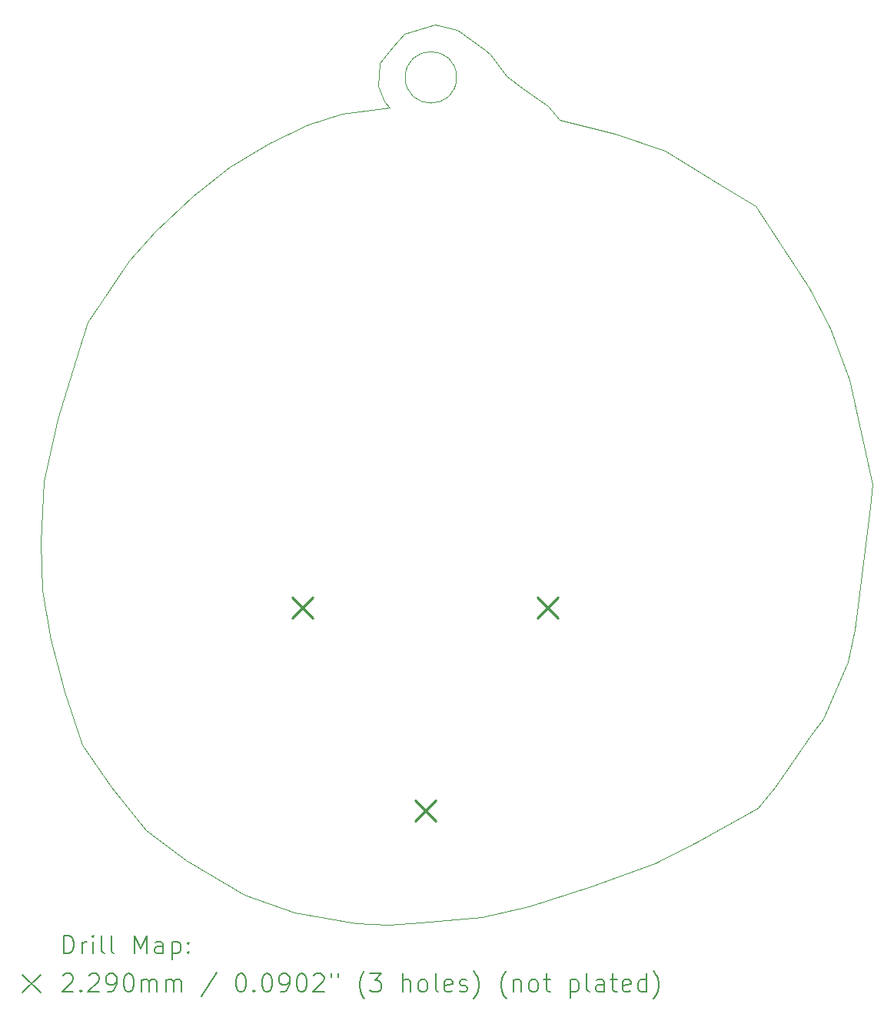
<source format=gbr>
%TF.GenerationSoftware,KiCad,Pcbnew,6.0.8*%
%TF.CreationDate,2022-10-09T16:34:12-07:00*%
%TF.ProjectId,dcpunks31,64637075-6e6b-4733-9331-2e6b69636164,rev?*%
%TF.SameCoordinates,Original*%
%TF.FileFunction,Drillmap*%
%TF.FilePolarity,Positive*%
%FSLAX45Y45*%
G04 Gerber Fmt 4.5, Leading zero omitted, Abs format (unit mm)*
G04 Created by KiCad (PCBNEW 6.0.8) date 2022-10-09 16:34:12*
%MOMM*%
%LPD*%
G01*
G04 APERTURE LIST*
%ADD10C,0.100000*%
%ADD11C,0.200000*%
%ADD12C,0.229000*%
G04 APERTURE END LIST*
D10*
X14655000Y-4846000D02*
X14592000Y-4798000D01*
X10963000Y-6800000D02*
X10673000Y-7119000D01*
X13885000Y-14411000D02*
X14562000Y-14351000D01*
X14592000Y-4798000D02*
X14295000Y-4575000D01*
X9812000Y-11296000D02*
X9965000Y-11869000D01*
X15287000Y-5419000D02*
X15012000Y-5221000D01*
X15762000Y-14012000D02*
X16470000Y-13752000D01*
X16028000Y-5724000D02*
X15420000Y-5569000D01*
X12651000Y-5621000D02*
X12223000Y-5821000D01*
X9965000Y-11869000D02*
X10162000Y-12451000D01*
X11375000Y-6407000D02*
X10963000Y-6800000D01*
X13018000Y-5501000D02*
X12651000Y-5621000D01*
X14562000Y-14351000D02*
X15075000Y-14228000D01*
X18836000Y-9836000D02*
X18862000Y-9584000D01*
X14042000Y-4519000D02*
X13707000Y-4616000D01*
X17600000Y-13142000D02*
X17784000Y-12917000D01*
X10218000Y-7792000D02*
X10126000Y-8092000D01*
X14834000Y-5085000D02*
X14655000Y-4846000D01*
X10343000Y-7609000D02*
X10218000Y-7792000D01*
X13415000Y-5196000D02*
X13484000Y-5365000D01*
X18605000Y-8427000D02*
X18401000Y-7860000D01*
X10162000Y-12451000D02*
X10480000Y-12919000D01*
X15012000Y-5221000D02*
X14834000Y-5085000D01*
X9703000Y-10216000D02*
X9718000Y-10752000D01*
X10126000Y-8092000D02*
X9892000Y-8859000D01*
X12498000Y-14299000D02*
X13170000Y-14413000D01*
X9733000Y-9546000D02*
X9703000Y-10216000D01*
X14295000Y-4575000D02*
X14042000Y-4519000D01*
X18401000Y-7860000D02*
X18173000Y-7420000D01*
X16576000Y-5906000D02*
X16028000Y-5724000D01*
X15075000Y-14228000D02*
X15762000Y-14012000D01*
X17890000Y-12775000D02*
X18184000Y-12345000D01*
X13432000Y-4938000D02*
X13415000Y-5196000D01*
X18665000Y-11184000D02*
X18836000Y-9836000D01*
X13576000Y-4762000D02*
X13432000Y-4938000D01*
X9892000Y-8859000D02*
X9733000Y-9546000D01*
X17578000Y-6518000D02*
X17196000Y-6291000D01*
X18596000Y-11540000D02*
X18665000Y-11184000D01*
X11785000Y-6082000D02*
X11375000Y-6407000D01*
X13707000Y-4616000D02*
X13576000Y-4762000D01*
X18862000Y-9584000D02*
X18766000Y-9157000D01*
X18184000Y-12345000D02*
X18319000Y-12165000D01*
X9718000Y-10752000D02*
X9812000Y-11296000D01*
X13544000Y-5432000D02*
X13479000Y-5443000D01*
X11304000Y-13726000D02*
X11944000Y-14104000D01*
X16932000Y-13518000D02*
X17600000Y-13142000D01*
X15420000Y-5569000D02*
X15287000Y-5419000D01*
X13170000Y-14413000D02*
X13529000Y-14435000D01*
X17784000Y-12917000D02*
X17890000Y-12775000D01*
X11944000Y-14104000D02*
X12498000Y-14299000D01*
X18173000Y-7420000D02*
X17578000Y-6518000D01*
X18319000Y-12165000D02*
X18596000Y-11540000D01*
X10480000Y-12919000D02*
X10864000Y-13395000D01*
X17196000Y-6291000D02*
X16576000Y-5906000D01*
X10673000Y-7119000D02*
X10343000Y-7609000D01*
X18766000Y-9157000D02*
X18605000Y-8427000D01*
X10864000Y-13395000D02*
X11304000Y-13726000D01*
X13479000Y-5443000D02*
X13018000Y-5501000D01*
X14282843Y-5100000D02*
G75*
G03*
X14282843Y-5100000I-282843J0D01*
G01*
X16470000Y-13752000D02*
X16932000Y-13518000D01*
X13529000Y-14435000D02*
X13885000Y-14411000D01*
X13484000Y-5365000D02*
X13544000Y-5432000D01*
X12223000Y-5821000D02*
X11785000Y-6082000D01*
D11*
D12*
X12473000Y-10826500D02*
X12702000Y-11055500D01*
X12702000Y-10826500D02*
X12473000Y-11055500D01*
X13822000Y-13061500D02*
X14051000Y-13290500D01*
X14051000Y-13061500D02*
X13822000Y-13290500D01*
X15170000Y-10826500D02*
X15399000Y-11055500D01*
X15399000Y-10826500D02*
X15170000Y-11055500D01*
D11*
X9955619Y-14750476D02*
X9955619Y-14550476D01*
X10003238Y-14550476D01*
X10031810Y-14560000D01*
X10050857Y-14579048D01*
X10060381Y-14598095D01*
X10069905Y-14636190D01*
X10069905Y-14664762D01*
X10060381Y-14702857D01*
X10050857Y-14721905D01*
X10031810Y-14740952D01*
X10003238Y-14750476D01*
X9955619Y-14750476D01*
X10155619Y-14750476D02*
X10155619Y-14617143D01*
X10155619Y-14655238D02*
X10165143Y-14636190D01*
X10174667Y-14626667D01*
X10193714Y-14617143D01*
X10212762Y-14617143D01*
X10279429Y-14750476D02*
X10279429Y-14617143D01*
X10279429Y-14550476D02*
X10269905Y-14560000D01*
X10279429Y-14569524D01*
X10288952Y-14560000D01*
X10279429Y-14550476D01*
X10279429Y-14569524D01*
X10403238Y-14750476D02*
X10384190Y-14740952D01*
X10374667Y-14721905D01*
X10374667Y-14550476D01*
X10508000Y-14750476D02*
X10488952Y-14740952D01*
X10479429Y-14721905D01*
X10479429Y-14550476D01*
X10736571Y-14750476D02*
X10736571Y-14550476D01*
X10803238Y-14693333D01*
X10869905Y-14550476D01*
X10869905Y-14750476D01*
X11050857Y-14750476D02*
X11050857Y-14645714D01*
X11041333Y-14626667D01*
X11022286Y-14617143D01*
X10984190Y-14617143D01*
X10965143Y-14626667D01*
X11050857Y-14740952D02*
X11031810Y-14750476D01*
X10984190Y-14750476D01*
X10965143Y-14740952D01*
X10955619Y-14721905D01*
X10955619Y-14702857D01*
X10965143Y-14683809D01*
X10984190Y-14674286D01*
X11031810Y-14674286D01*
X11050857Y-14664762D01*
X11146095Y-14617143D02*
X11146095Y-14817143D01*
X11146095Y-14626667D02*
X11165143Y-14617143D01*
X11203238Y-14617143D01*
X11222286Y-14626667D01*
X11231809Y-14636190D01*
X11241333Y-14655238D01*
X11241333Y-14712381D01*
X11231809Y-14731428D01*
X11222286Y-14740952D01*
X11203238Y-14750476D01*
X11165143Y-14750476D01*
X11146095Y-14740952D01*
X11327048Y-14731428D02*
X11336571Y-14740952D01*
X11327048Y-14750476D01*
X11317524Y-14740952D01*
X11327048Y-14731428D01*
X11327048Y-14750476D01*
X11327048Y-14626667D02*
X11336571Y-14636190D01*
X11327048Y-14645714D01*
X11317524Y-14636190D01*
X11327048Y-14626667D01*
X11327048Y-14645714D01*
X9498000Y-14980000D02*
X9698000Y-15180000D01*
X9698000Y-14980000D02*
X9498000Y-15180000D01*
X9946095Y-14989524D02*
X9955619Y-14980000D01*
X9974667Y-14970476D01*
X10022286Y-14970476D01*
X10041333Y-14980000D01*
X10050857Y-14989524D01*
X10060381Y-15008571D01*
X10060381Y-15027619D01*
X10050857Y-15056190D01*
X9936571Y-15170476D01*
X10060381Y-15170476D01*
X10146095Y-15151428D02*
X10155619Y-15160952D01*
X10146095Y-15170476D01*
X10136571Y-15160952D01*
X10146095Y-15151428D01*
X10146095Y-15170476D01*
X10231810Y-14989524D02*
X10241333Y-14980000D01*
X10260381Y-14970476D01*
X10308000Y-14970476D01*
X10327048Y-14980000D01*
X10336571Y-14989524D01*
X10346095Y-15008571D01*
X10346095Y-15027619D01*
X10336571Y-15056190D01*
X10222286Y-15170476D01*
X10346095Y-15170476D01*
X10441333Y-15170476D02*
X10479429Y-15170476D01*
X10498476Y-15160952D01*
X10508000Y-15151428D01*
X10527048Y-15122857D01*
X10536571Y-15084762D01*
X10536571Y-15008571D01*
X10527048Y-14989524D01*
X10517524Y-14980000D01*
X10498476Y-14970476D01*
X10460381Y-14970476D01*
X10441333Y-14980000D01*
X10431810Y-14989524D01*
X10422286Y-15008571D01*
X10422286Y-15056190D01*
X10431810Y-15075238D01*
X10441333Y-15084762D01*
X10460381Y-15094286D01*
X10498476Y-15094286D01*
X10517524Y-15084762D01*
X10527048Y-15075238D01*
X10536571Y-15056190D01*
X10660381Y-14970476D02*
X10679429Y-14970476D01*
X10698476Y-14980000D01*
X10708000Y-14989524D01*
X10717524Y-15008571D01*
X10727048Y-15046667D01*
X10727048Y-15094286D01*
X10717524Y-15132381D01*
X10708000Y-15151428D01*
X10698476Y-15160952D01*
X10679429Y-15170476D01*
X10660381Y-15170476D01*
X10641333Y-15160952D01*
X10631810Y-15151428D01*
X10622286Y-15132381D01*
X10612762Y-15094286D01*
X10612762Y-15046667D01*
X10622286Y-15008571D01*
X10631810Y-14989524D01*
X10641333Y-14980000D01*
X10660381Y-14970476D01*
X10812762Y-15170476D02*
X10812762Y-15037143D01*
X10812762Y-15056190D02*
X10822286Y-15046667D01*
X10841333Y-15037143D01*
X10869905Y-15037143D01*
X10888952Y-15046667D01*
X10898476Y-15065714D01*
X10898476Y-15170476D01*
X10898476Y-15065714D02*
X10908000Y-15046667D01*
X10927048Y-15037143D01*
X10955619Y-15037143D01*
X10974667Y-15046667D01*
X10984190Y-15065714D01*
X10984190Y-15170476D01*
X11079429Y-15170476D02*
X11079429Y-15037143D01*
X11079429Y-15056190D02*
X11088952Y-15046667D01*
X11108000Y-15037143D01*
X11136571Y-15037143D01*
X11155619Y-15046667D01*
X11165143Y-15065714D01*
X11165143Y-15170476D01*
X11165143Y-15065714D02*
X11174667Y-15046667D01*
X11193714Y-15037143D01*
X11222286Y-15037143D01*
X11241333Y-15046667D01*
X11250857Y-15065714D01*
X11250857Y-15170476D01*
X11641333Y-14960952D02*
X11469905Y-15218095D01*
X11898476Y-14970476D02*
X11917524Y-14970476D01*
X11936571Y-14980000D01*
X11946095Y-14989524D01*
X11955619Y-15008571D01*
X11965143Y-15046667D01*
X11965143Y-15094286D01*
X11955619Y-15132381D01*
X11946095Y-15151428D01*
X11936571Y-15160952D01*
X11917524Y-15170476D01*
X11898476Y-15170476D01*
X11879428Y-15160952D01*
X11869905Y-15151428D01*
X11860381Y-15132381D01*
X11850857Y-15094286D01*
X11850857Y-15046667D01*
X11860381Y-15008571D01*
X11869905Y-14989524D01*
X11879428Y-14980000D01*
X11898476Y-14970476D01*
X12050857Y-15151428D02*
X12060381Y-15160952D01*
X12050857Y-15170476D01*
X12041333Y-15160952D01*
X12050857Y-15151428D01*
X12050857Y-15170476D01*
X12184190Y-14970476D02*
X12203238Y-14970476D01*
X12222286Y-14980000D01*
X12231809Y-14989524D01*
X12241333Y-15008571D01*
X12250857Y-15046667D01*
X12250857Y-15094286D01*
X12241333Y-15132381D01*
X12231809Y-15151428D01*
X12222286Y-15160952D01*
X12203238Y-15170476D01*
X12184190Y-15170476D01*
X12165143Y-15160952D01*
X12155619Y-15151428D01*
X12146095Y-15132381D01*
X12136571Y-15094286D01*
X12136571Y-15046667D01*
X12146095Y-15008571D01*
X12155619Y-14989524D01*
X12165143Y-14980000D01*
X12184190Y-14970476D01*
X12346095Y-15170476D02*
X12384190Y-15170476D01*
X12403238Y-15160952D01*
X12412762Y-15151428D01*
X12431809Y-15122857D01*
X12441333Y-15084762D01*
X12441333Y-15008571D01*
X12431809Y-14989524D01*
X12422286Y-14980000D01*
X12403238Y-14970476D01*
X12365143Y-14970476D01*
X12346095Y-14980000D01*
X12336571Y-14989524D01*
X12327048Y-15008571D01*
X12327048Y-15056190D01*
X12336571Y-15075238D01*
X12346095Y-15084762D01*
X12365143Y-15094286D01*
X12403238Y-15094286D01*
X12422286Y-15084762D01*
X12431809Y-15075238D01*
X12441333Y-15056190D01*
X12565143Y-14970476D02*
X12584190Y-14970476D01*
X12603238Y-14980000D01*
X12612762Y-14989524D01*
X12622286Y-15008571D01*
X12631809Y-15046667D01*
X12631809Y-15094286D01*
X12622286Y-15132381D01*
X12612762Y-15151428D01*
X12603238Y-15160952D01*
X12584190Y-15170476D01*
X12565143Y-15170476D01*
X12546095Y-15160952D01*
X12536571Y-15151428D01*
X12527048Y-15132381D01*
X12517524Y-15094286D01*
X12517524Y-15046667D01*
X12527048Y-15008571D01*
X12536571Y-14989524D01*
X12546095Y-14980000D01*
X12565143Y-14970476D01*
X12708000Y-14989524D02*
X12717524Y-14980000D01*
X12736571Y-14970476D01*
X12784190Y-14970476D01*
X12803238Y-14980000D01*
X12812762Y-14989524D01*
X12822286Y-15008571D01*
X12822286Y-15027619D01*
X12812762Y-15056190D01*
X12698476Y-15170476D01*
X12822286Y-15170476D01*
X12898476Y-14970476D02*
X12898476Y-15008571D01*
X12974667Y-14970476D02*
X12974667Y-15008571D01*
X13269905Y-15246667D02*
X13260381Y-15237143D01*
X13241333Y-15208571D01*
X13231809Y-15189524D01*
X13222286Y-15160952D01*
X13212762Y-15113333D01*
X13212762Y-15075238D01*
X13222286Y-15027619D01*
X13231809Y-14999048D01*
X13241333Y-14980000D01*
X13260381Y-14951428D01*
X13269905Y-14941905D01*
X13327048Y-14970476D02*
X13450857Y-14970476D01*
X13384190Y-15046667D01*
X13412762Y-15046667D01*
X13431809Y-15056190D01*
X13441333Y-15065714D01*
X13450857Y-15084762D01*
X13450857Y-15132381D01*
X13441333Y-15151428D01*
X13431809Y-15160952D01*
X13412762Y-15170476D01*
X13355619Y-15170476D01*
X13336571Y-15160952D01*
X13327048Y-15151428D01*
X13688952Y-15170476D02*
X13688952Y-14970476D01*
X13774667Y-15170476D02*
X13774667Y-15065714D01*
X13765143Y-15046667D01*
X13746095Y-15037143D01*
X13717524Y-15037143D01*
X13698476Y-15046667D01*
X13688952Y-15056190D01*
X13898476Y-15170476D02*
X13879428Y-15160952D01*
X13869905Y-15151428D01*
X13860381Y-15132381D01*
X13860381Y-15075238D01*
X13869905Y-15056190D01*
X13879428Y-15046667D01*
X13898476Y-15037143D01*
X13927048Y-15037143D01*
X13946095Y-15046667D01*
X13955619Y-15056190D01*
X13965143Y-15075238D01*
X13965143Y-15132381D01*
X13955619Y-15151428D01*
X13946095Y-15160952D01*
X13927048Y-15170476D01*
X13898476Y-15170476D01*
X14079428Y-15170476D02*
X14060381Y-15160952D01*
X14050857Y-15141905D01*
X14050857Y-14970476D01*
X14231809Y-15160952D02*
X14212762Y-15170476D01*
X14174667Y-15170476D01*
X14155619Y-15160952D01*
X14146095Y-15141905D01*
X14146095Y-15065714D01*
X14155619Y-15046667D01*
X14174667Y-15037143D01*
X14212762Y-15037143D01*
X14231809Y-15046667D01*
X14241333Y-15065714D01*
X14241333Y-15084762D01*
X14146095Y-15103809D01*
X14317524Y-15160952D02*
X14336571Y-15170476D01*
X14374667Y-15170476D01*
X14393714Y-15160952D01*
X14403238Y-15141905D01*
X14403238Y-15132381D01*
X14393714Y-15113333D01*
X14374667Y-15103809D01*
X14346095Y-15103809D01*
X14327048Y-15094286D01*
X14317524Y-15075238D01*
X14317524Y-15065714D01*
X14327048Y-15046667D01*
X14346095Y-15037143D01*
X14374667Y-15037143D01*
X14393714Y-15046667D01*
X14469905Y-15246667D02*
X14479428Y-15237143D01*
X14498476Y-15208571D01*
X14508000Y-15189524D01*
X14517524Y-15160952D01*
X14527048Y-15113333D01*
X14527048Y-15075238D01*
X14517524Y-15027619D01*
X14508000Y-14999048D01*
X14498476Y-14980000D01*
X14479428Y-14951428D01*
X14469905Y-14941905D01*
X14831809Y-15246667D02*
X14822286Y-15237143D01*
X14803238Y-15208571D01*
X14793714Y-15189524D01*
X14784190Y-15160952D01*
X14774667Y-15113333D01*
X14774667Y-15075238D01*
X14784190Y-15027619D01*
X14793714Y-14999048D01*
X14803238Y-14980000D01*
X14822286Y-14951428D01*
X14831809Y-14941905D01*
X14908000Y-15037143D02*
X14908000Y-15170476D01*
X14908000Y-15056190D02*
X14917524Y-15046667D01*
X14936571Y-15037143D01*
X14965143Y-15037143D01*
X14984190Y-15046667D01*
X14993714Y-15065714D01*
X14993714Y-15170476D01*
X15117524Y-15170476D02*
X15098476Y-15160952D01*
X15088952Y-15151428D01*
X15079428Y-15132381D01*
X15079428Y-15075238D01*
X15088952Y-15056190D01*
X15098476Y-15046667D01*
X15117524Y-15037143D01*
X15146095Y-15037143D01*
X15165143Y-15046667D01*
X15174667Y-15056190D01*
X15184190Y-15075238D01*
X15184190Y-15132381D01*
X15174667Y-15151428D01*
X15165143Y-15160952D01*
X15146095Y-15170476D01*
X15117524Y-15170476D01*
X15241333Y-15037143D02*
X15317524Y-15037143D01*
X15269905Y-14970476D02*
X15269905Y-15141905D01*
X15279428Y-15160952D01*
X15298476Y-15170476D01*
X15317524Y-15170476D01*
X15536571Y-15037143D02*
X15536571Y-15237143D01*
X15536571Y-15046667D02*
X15555619Y-15037143D01*
X15593714Y-15037143D01*
X15612762Y-15046667D01*
X15622286Y-15056190D01*
X15631809Y-15075238D01*
X15631809Y-15132381D01*
X15622286Y-15151428D01*
X15612762Y-15160952D01*
X15593714Y-15170476D01*
X15555619Y-15170476D01*
X15536571Y-15160952D01*
X15746095Y-15170476D02*
X15727048Y-15160952D01*
X15717524Y-15141905D01*
X15717524Y-14970476D01*
X15908000Y-15170476D02*
X15908000Y-15065714D01*
X15898476Y-15046667D01*
X15879428Y-15037143D01*
X15841333Y-15037143D01*
X15822286Y-15046667D01*
X15908000Y-15160952D02*
X15888952Y-15170476D01*
X15841333Y-15170476D01*
X15822286Y-15160952D01*
X15812762Y-15141905D01*
X15812762Y-15122857D01*
X15822286Y-15103809D01*
X15841333Y-15094286D01*
X15888952Y-15094286D01*
X15908000Y-15084762D01*
X15974667Y-15037143D02*
X16050857Y-15037143D01*
X16003238Y-14970476D02*
X16003238Y-15141905D01*
X16012762Y-15160952D01*
X16031809Y-15170476D01*
X16050857Y-15170476D01*
X16193714Y-15160952D02*
X16174667Y-15170476D01*
X16136571Y-15170476D01*
X16117524Y-15160952D01*
X16108000Y-15141905D01*
X16108000Y-15065714D01*
X16117524Y-15046667D01*
X16136571Y-15037143D01*
X16174667Y-15037143D01*
X16193714Y-15046667D01*
X16203238Y-15065714D01*
X16203238Y-15084762D01*
X16108000Y-15103809D01*
X16374667Y-15170476D02*
X16374667Y-14970476D01*
X16374667Y-15160952D02*
X16355619Y-15170476D01*
X16317524Y-15170476D01*
X16298476Y-15160952D01*
X16288952Y-15151428D01*
X16279428Y-15132381D01*
X16279428Y-15075238D01*
X16288952Y-15056190D01*
X16298476Y-15046667D01*
X16317524Y-15037143D01*
X16355619Y-15037143D01*
X16374667Y-15046667D01*
X16450857Y-15246667D02*
X16460381Y-15237143D01*
X16479428Y-15208571D01*
X16488952Y-15189524D01*
X16498476Y-15160952D01*
X16508000Y-15113333D01*
X16508000Y-15075238D01*
X16498476Y-15027619D01*
X16488952Y-14999048D01*
X16479428Y-14980000D01*
X16460381Y-14951428D01*
X16450857Y-14941905D01*
M02*

</source>
